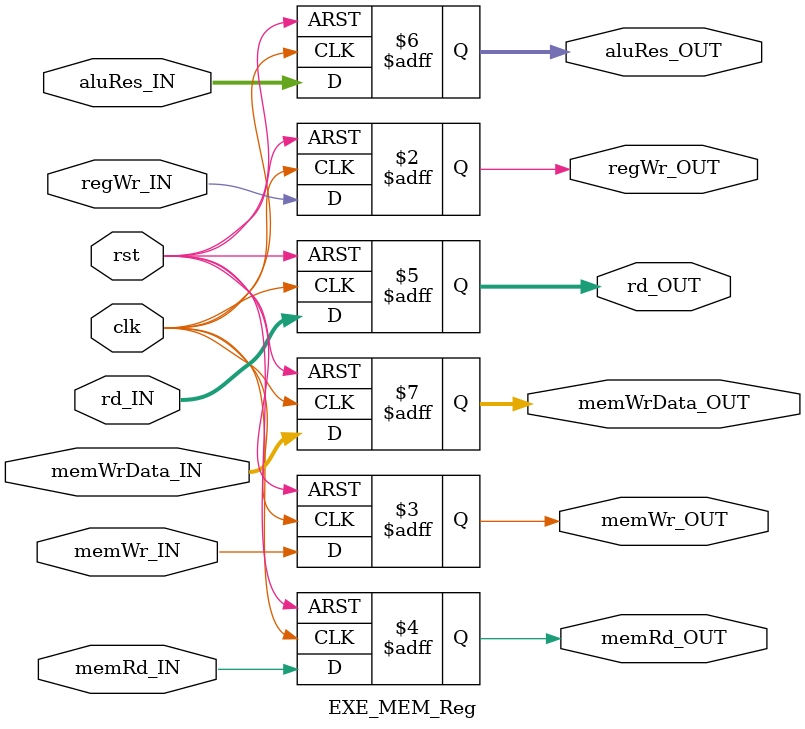
<source format=v>
module EXE_MEM_Reg (clk, rst, regWr_IN, memWr_IN, memRd_IN, aluRes_IN, memWrData_IN, rd_IN,
  regWr_OUT, memWr_OUT, memRd_OUT, aluRes_OUT, memWrData_OUT, rd_OUT);

  input clk, rst, regWr_IN, memWr_IN, memRd_IN;
  input[2:0] rd_IN;
  input[7:0] aluRes_IN, memWrData_IN;
  output regWr_OUT, memWr_OUT, memRd_OUT;
  output[2:0] rd_OUT;
  output[7:0] aluRes_OUT, memWrData_OUT;

  always @(posedge clk, posedge rst) begin
    if (rst) begin
      {regWr_OUT, memWr_OUT, memRd_OUT, rd_OUT, aluRes_OUT, memWrData_OUT} <= 0;
    end
    else begin
      regWr_OUT <= regWr_IN; memWr_OUT <= memWr_IN; memRd_OUT <= memRd_IN;
      rd_OUT <= rd_IN; aluRes_OUT <= aluRes_IN; memWrData_OUT <= memWrData_IN;
    end
  end

endmodule // EXE_MEM_Reg

</source>
